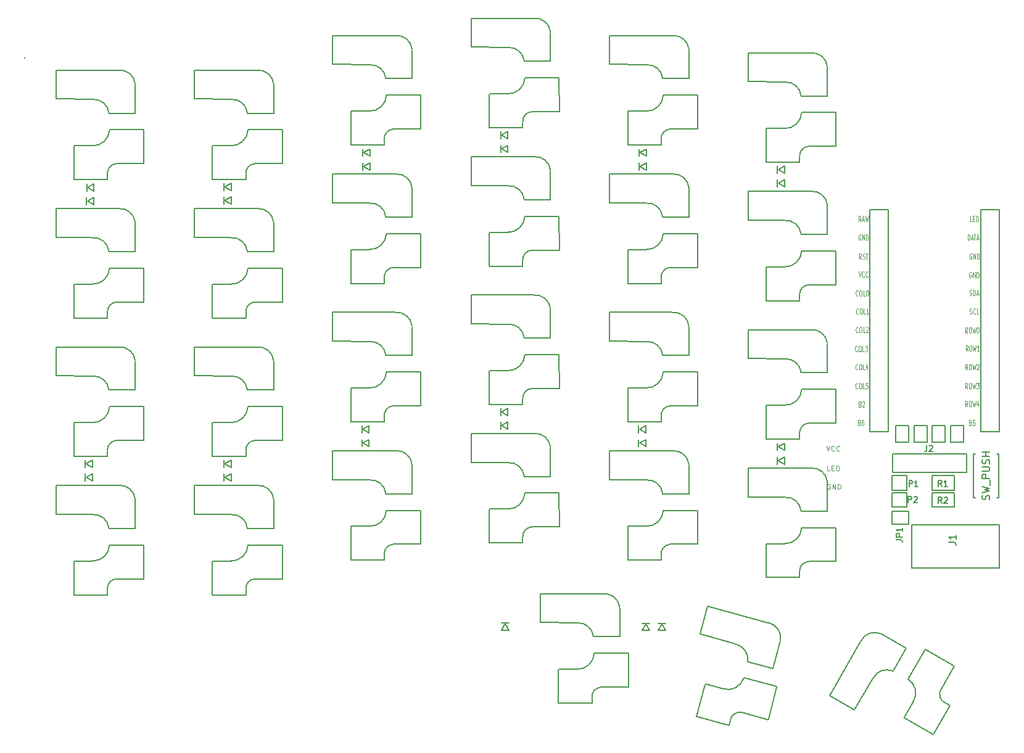
<source format=gto>
G04 #@! TF.GenerationSoftware,KiCad,Pcbnew,(5.1.0)-1*
G04 #@! TF.CreationDate,2019-05-05T14:00:57-05:00*
G04 #@! TF.ProjectId,corne-chocolate,636f726e-652d-4636-986f-636f6c617465,2.1*
G04 #@! TF.SameCoordinates,Original*
G04 #@! TF.FileFunction,Legend,Top*
G04 #@! TF.FilePolarity,Positive*
%FSLAX46Y46*%
G04 Gerber Fmt 4.6, Leading zero omitted, Abs format (unit mm)*
G04 Created by KiCad (PCBNEW (5.1.0)-1) date 2019-05-05 14:00:57*
%MOMM*%
%LPD*%
G04 APERTURE LIST*
%ADD10C,0.150000*%
%ADD11C,0.125000*%
%ADD12C,0.152400*%
G04 APERTURE END LIST*
D10*
X60960000Y-49530000D02*
X60960000Y-49657000D01*
D11*
X171450000Y-106316666D02*
X171116666Y-106316666D01*
X171116666Y-105616666D01*
X171683333Y-105950000D02*
X171916666Y-105950000D01*
X172016666Y-106316666D02*
X171683333Y-106316666D01*
X171683333Y-105616666D01*
X172016666Y-105616666D01*
X172316666Y-106316666D02*
X172316666Y-105616666D01*
X172483333Y-105616666D01*
X172583333Y-105650000D01*
X172650000Y-105716666D01*
X172683333Y-105783333D01*
X172716666Y-105916666D01*
X172716666Y-106016666D01*
X172683333Y-106150000D01*
X172650000Y-106216666D01*
X172583333Y-106283333D01*
X172483333Y-106316666D01*
X172316666Y-106316666D01*
X171466666Y-108150000D02*
X171400000Y-108116666D01*
X171300000Y-108116666D01*
X171200000Y-108150000D01*
X171133333Y-108216666D01*
X171100000Y-108283333D01*
X171066666Y-108416666D01*
X171066666Y-108516666D01*
X171100000Y-108650000D01*
X171133333Y-108716666D01*
X171200000Y-108783333D01*
X171300000Y-108816666D01*
X171366666Y-108816666D01*
X171466666Y-108783333D01*
X171500000Y-108750000D01*
X171500000Y-108516666D01*
X171366666Y-108516666D01*
X171800000Y-108816666D02*
X171800000Y-108116666D01*
X172200000Y-108816666D01*
X172200000Y-108116666D01*
X172533333Y-108816666D02*
X172533333Y-108116666D01*
X172700000Y-108116666D01*
X172800000Y-108150000D01*
X172866666Y-108216666D01*
X172900000Y-108283333D01*
X172933333Y-108416666D01*
X172933333Y-108516666D01*
X172900000Y-108650000D01*
X172866666Y-108716666D01*
X172800000Y-108783333D01*
X172700000Y-108816666D01*
X172533333Y-108816666D01*
X170966666Y-102916666D02*
X171200000Y-103616666D01*
X171433333Y-102916666D01*
X172066666Y-103550000D02*
X172033333Y-103583333D01*
X171933333Y-103616666D01*
X171866666Y-103616666D01*
X171766666Y-103583333D01*
X171700000Y-103516666D01*
X171666666Y-103450000D01*
X171633333Y-103316666D01*
X171633333Y-103216666D01*
X171666666Y-103083333D01*
X171700000Y-103016666D01*
X171766666Y-102950000D01*
X171866666Y-102916666D01*
X171933333Y-102916666D01*
X172033333Y-102950000D01*
X172066666Y-102983333D01*
X172766666Y-103550000D02*
X172733333Y-103583333D01*
X172633333Y-103616666D01*
X172566666Y-103616666D01*
X172466666Y-103583333D01*
X172400000Y-103516666D01*
X172366666Y-103450000D01*
X172333333Y-103316666D01*
X172333333Y-103216666D01*
X172366666Y-103083333D01*
X172400000Y-103016666D01*
X172466666Y-102950000D01*
X172566666Y-102916666D01*
X172633333Y-102916666D01*
X172733333Y-102950000D01*
X172766666Y-102983333D01*
D10*
X69538900Y-67411600D02*
X70438900Y-66911600D01*
X70438900Y-66911600D02*
X70438900Y-67911600D01*
X70438900Y-67911600D02*
X69538900Y-67411600D01*
X69438900Y-66911600D02*
X69438900Y-67911600D01*
X126346000Y-98247200D02*
X127246000Y-97747200D01*
X127246000Y-97747200D02*
X127246000Y-98747200D01*
X127246000Y-98747200D02*
X126346000Y-98247200D01*
X126246000Y-97747200D02*
X126246000Y-98747200D01*
X148363600Y-127350000D02*
X148863600Y-128250000D01*
X148863600Y-128250000D02*
X147863600Y-128250000D01*
X147863600Y-128250000D02*
X148363600Y-127350000D01*
X148863600Y-127250000D02*
X147863600Y-127250000D01*
X164344400Y-64973200D02*
X165244400Y-64473200D01*
X165244400Y-64473200D02*
X165244400Y-65473200D01*
X165244400Y-65473200D02*
X164344400Y-64973200D01*
X164244400Y-64473200D02*
X164244400Y-65473200D01*
X145345200Y-62636400D02*
X146245200Y-62136400D01*
X146245200Y-62136400D02*
X146245200Y-63136400D01*
X146245200Y-63136400D02*
X145345200Y-62636400D01*
X145245200Y-62136400D02*
X145245200Y-63136400D01*
X126346000Y-60248800D02*
X127246000Y-59748800D01*
X127246000Y-59748800D02*
X127246000Y-60748800D01*
X127246000Y-60748800D02*
X126346000Y-60248800D01*
X126246000Y-59748800D02*
X126246000Y-60748800D01*
X107397600Y-62636400D02*
X108297600Y-62136400D01*
X108297600Y-62136400D02*
X108297600Y-63136400D01*
X108297600Y-63136400D02*
X107397600Y-62636400D01*
X107297600Y-62136400D02*
X107297600Y-63136400D01*
X88373000Y-67360800D02*
X89273000Y-66860800D01*
X89273000Y-66860800D02*
X89273000Y-67860800D01*
X89273000Y-67860800D02*
X88373000Y-67360800D01*
X88273000Y-66860800D02*
X88273000Y-67860800D01*
X145345200Y-64516000D02*
X146245200Y-64016000D01*
X146245200Y-64016000D02*
X146245200Y-65016000D01*
X146245200Y-65016000D02*
X145345200Y-64516000D01*
X145245200Y-64016000D02*
X145245200Y-65016000D01*
X69526200Y-69265800D02*
X70426200Y-68765800D01*
X70426200Y-68765800D02*
X70426200Y-69765800D01*
X70426200Y-69765800D02*
X69526200Y-69265800D01*
X69426200Y-68765800D02*
X69426200Y-69765800D01*
X88373000Y-69227700D02*
X89273000Y-68727700D01*
X89273000Y-68727700D02*
X89273000Y-69727700D01*
X89273000Y-69727700D02*
X88373000Y-69227700D01*
X88273000Y-68727700D02*
X88273000Y-69727700D01*
X107400400Y-64516000D02*
X108300400Y-64016000D01*
X108300400Y-64016000D02*
X108300400Y-65016000D01*
X108300400Y-65016000D02*
X107400400Y-64516000D01*
X107300400Y-64016000D02*
X107300400Y-65016000D01*
X126346000Y-62128400D02*
X127246000Y-61628400D01*
X127246000Y-61628400D02*
X127246000Y-62628400D01*
X127246000Y-62628400D02*
X126346000Y-62128400D01*
X126246000Y-61628400D02*
X126246000Y-62628400D01*
X164344400Y-66852800D02*
X165244400Y-66352800D01*
X165244400Y-66352800D02*
X165244400Y-67352800D01*
X165244400Y-67352800D02*
X164344400Y-66852800D01*
X164244400Y-66352800D02*
X164244400Y-67352800D01*
X69345600Y-105359200D02*
X70245600Y-104859200D01*
X70245600Y-104859200D02*
X70245600Y-105859200D01*
X70245600Y-105859200D02*
X69345600Y-105359200D01*
X69245600Y-104859200D02*
X69245600Y-105859200D01*
X88347600Y-105359200D02*
X89247600Y-104859200D01*
X89247600Y-104859200D02*
X89247600Y-105859200D01*
X89247600Y-105859200D02*
X88347600Y-105359200D01*
X88247600Y-104859200D02*
X88247600Y-105859200D01*
X107296000Y-100634800D02*
X108196000Y-100134800D01*
X108196000Y-100134800D02*
X108196000Y-101134800D01*
X108196000Y-101134800D02*
X107296000Y-100634800D01*
X107196000Y-100134800D02*
X107196000Y-101134800D01*
X145294400Y-100634800D02*
X146194400Y-100134800D01*
X146194400Y-100134800D02*
X146194400Y-101134800D01*
X146194400Y-101134800D02*
X145294400Y-100634800D01*
X145194400Y-100134800D02*
X145194400Y-101134800D01*
X164293600Y-103022400D02*
X165193600Y-102522400D01*
X165193600Y-102522400D02*
X165193600Y-103522400D01*
X165193600Y-103522400D02*
X164293600Y-103022400D01*
X164193600Y-102522400D02*
X164193600Y-103522400D01*
X69348400Y-107238800D02*
X70248400Y-106738800D01*
X70248400Y-106738800D02*
X70248400Y-107738800D01*
X70248400Y-107738800D02*
X69348400Y-107238800D01*
X69248400Y-106738800D02*
X69248400Y-107738800D01*
X88347600Y-107238800D02*
X89247600Y-106738800D01*
X89247600Y-106738800D02*
X89247600Y-107738800D01*
X89247600Y-107738800D02*
X88347600Y-107238800D01*
X88247600Y-106738800D02*
X88247600Y-107738800D01*
X107296000Y-102514400D02*
X108196000Y-102014400D01*
X108196000Y-102014400D02*
X108196000Y-103014400D01*
X108196000Y-103014400D02*
X107296000Y-102514400D01*
X107196000Y-102014400D02*
X107196000Y-103014400D01*
X126346000Y-100126800D02*
X127246000Y-99626800D01*
X127246000Y-99626800D02*
X127246000Y-100626800D01*
X127246000Y-100626800D02*
X126346000Y-100126800D01*
X126246000Y-99626800D02*
X126246000Y-100626800D01*
X164293600Y-104902000D02*
X165193600Y-104402000D01*
X165193600Y-104402000D02*
X165193600Y-105402000D01*
X165193600Y-105402000D02*
X164293600Y-104902000D01*
X164193600Y-104402000D02*
X164193600Y-105402000D01*
X126898400Y-127308400D02*
X127398400Y-128208400D01*
X127398400Y-128208400D02*
X126398400Y-128208400D01*
X126398400Y-128208400D02*
X126898400Y-127308400D01*
X127398400Y-127208400D02*
X126398400Y-127208400D01*
X146151600Y-127350000D02*
X146651600Y-128250000D01*
X146651600Y-128250000D02*
X145651600Y-128250000D01*
X145651600Y-128250000D02*
X146151600Y-127350000D01*
X146651600Y-127250000D02*
X145651600Y-127250000D01*
X145294400Y-102514400D02*
X146194400Y-102014400D01*
X146194400Y-102014400D02*
X146194400Y-103014400D01*
X146194400Y-103014400D02*
X145294400Y-102514400D01*
X145194400Y-102014400D02*
X145194400Y-103014400D01*
X179957000Y-111911000D02*
X182243000Y-111911000D01*
X182243000Y-111911000D02*
X182243000Y-113689000D01*
X182243000Y-113689000D02*
X179957000Y-113689000D01*
X179957000Y-113689000D02*
X179957000Y-111911000D01*
X187302091Y-138211562D02*
X187908308Y-138561562D01*
X187258789Y-138186563D02*
G75*
G02X186639033Y-136420011I573398J1193154D01*
G01*
X182164336Y-134910414D02*
G75*
G02X182858611Y-138047895I-1221603J-1915878D01*
G01*
X184516836Y-130835765D02*
X188513052Y-133114115D01*
X181634591Y-140227958D02*
X185618308Y-142527958D01*
X186634703Y-136417511D02*
X188522203Y-133148265D01*
X182145185Y-134893585D02*
X184495185Y-130823265D01*
X181625441Y-140193808D02*
X182900441Y-137985443D01*
X185652459Y-142518808D02*
X187927459Y-138578392D01*
X180112656Y-133824027D02*
G75*
G03X177354529Y-134841244I-870455J-1887672D01*
G01*
X178450555Y-128702871D02*
G75*
G03X175686963Y-129721553I-872455J-1891137D01*
G01*
X174798728Y-139168022D02*
X177363565Y-134817594D01*
X174758890Y-139145022D02*
X171374463Y-137191022D01*
X171374463Y-137191022D02*
X175686963Y-129721553D01*
X178516677Y-128728345D02*
X181933147Y-130700845D01*
X181940941Y-130705345D02*
X180135941Y-133831697D01*
X148280000Y-79875000D02*
X148280000Y-80575000D01*
X148280000Y-79825000D02*
G75*
G02X149500000Y-78405000I1320000J100000D01*
G01*
X148570000Y-73775000D02*
G75*
G02X146200000Y-75945000I-2270000J100000D01*
G01*
X153275000Y-73775000D02*
X153300000Y-78375000D01*
X143700000Y-75975000D02*
X143700000Y-80575000D01*
X149500000Y-78400000D02*
X153275000Y-78400000D01*
X148575000Y-73750000D02*
X153275000Y-73750000D01*
X143725000Y-75950000D02*
X146275000Y-75950000D01*
X143725000Y-80600000D02*
X148275000Y-80600000D01*
X148485000Y-71455000D02*
G75*
G03X146225000Y-69575000I-2070000J-190000D01*
G01*
X152089000Y-67455000D02*
G75*
G03X149825000Y-65571000I-2074000J-190000D01*
G01*
X141200000Y-69525000D02*
X146250000Y-69571000D01*
X141200000Y-69479000D02*
X141200000Y-65571000D01*
X141200000Y-65571000D02*
X149825000Y-65571000D01*
X152100000Y-67525000D02*
X152100000Y-71470000D01*
X152100000Y-71479000D02*
X148490000Y-71479000D01*
X129280000Y-77500000D02*
X129280000Y-78200000D01*
X129280000Y-77450000D02*
G75*
G02X130500000Y-76030000I1320000J100000D01*
G01*
X129570000Y-71400000D02*
G75*
G02X127200000Y-73570000I-2270000J100000D01*
G01*
X134275000Y-71400000D02*
X134300000Y-76000000D01*
X124700000Y-73600000D02*
X124700000Y-78200000D01*
X130500000Y-76025000D02*
X134275000Y-76025000D01*
X129575000Y-71375000D02*
X134275000Y-71375000D01*
X124725000Y-73575000D02*
X127275000Y-73575000D01*
X124725000Y-78225000D02*
X129275000Y-78225000D01*
X129485000Y-69080000D02*
G75*
G03X127225000Y-67200000I-2070000J-190000D01*
G01*
X133089000Y-65080000D02*
G75*
G03X130825000Y-63196000I-2074000J-190000D01*
G01*
X122200000Y-67150000D02*
X127250000Y-67196000D01*
X122200000Y-67104000D02*
X122200000Y-63196000D01*
X122200000Y-63196000D02*
X130825000Y-63196000D01*
X133100000Y-65150000D02*
X133100000Y-69095000D01*
X133100000Y-69104000D02*
X129490000Y-69104000D01*
X167280000Y-63250000D02*
X167280000Y-63950000D01*
X167280000Y-63200000D02*
G75*
G02X168500000Y-61780000I1320000J100000D01*
G01*
X167570000Y-57150000D02*
G75*
G02X165200000Y-59320000I-2270000J100000D01*
G01*
X172275000Y-57150000D02*
X172300000Y-61750000D01*
X162700000Y-59350000D02*
X162700000Y-63950000D01*
X168500000Y-61775000D02*
X172275000Y-61775000D01*
X167575000Y-57125000D02*
X172275000Y-57125000D01*
X162725000Y-59325000D02*
X165275000Y-59325000D01*
X162725000Y-63975000D02*
X167275000Y-63975000D01*
X167485000Y-54830000D02*
G75*
G03X165225000Y-52950000I-2070000J-190000D01*
G01*
X171089000Y-50830000D02*
G75*
G03X168825000Y-48946000I-2074000J-190000D01*
G01*
X160200000Y-52900000D02*
X165250000Y-52946000D01*
X160200000Y-52854000D02*
X160200000Y-48946000D01*
X160200000Y-48946000D02*
X168825000Y-48946000D01*
X171100000Y-50900000D02*
X171100000Y-54845000D01*
X171100000Y-54854000D02*
X167490000Y-54854000D01*
X148280000Y-60875000D02*
X148280000Y-61575000D01*
X148280000Y-60825000D02*
G75*
G02X149500000Y-59405000I1320000J100000D01*
G01*
X148570000Y-54775000D02*
G75*
G02X146200000Y-56945000I-2270000J100000D01*
G01*
X153275000Y-54775000D02*
X153300000Y-59375000D01*
X143700000Y-56975000D02*
X143700000Y-61575000D01*
X149500000Y-59400000D02*
X153275000Y-59400000D01*
X148575000Y-54750000D02*
X153275000Y-54750000D01*
X143725000Y-56950000D02*
X146275000Y-56950000D01*
X143725000Y-61600000D02*
X148275000Y-61600000D01*
X148485000Y-52455000D02*
G75*
G03X146225000Y-50575000I-2070000J-190000D01*
G01*
X152089000Y-48455000D02*
G75*
G03X149825000Y-46571000I-2074000J-190000D01*
G01*
X141200000Y-50525000D02*
X146250000Y-50571000D01*
X141200000Y-50479000D02*
X141200000Y-46571000D01*
X141200000Y-46571000D02*
X149825000Y-46571000D01*
X152100000Y-48525000D02*
X152100000Y-52470000D01*
X152100000Y-52479000D02*
X148490000Y-52479000D01*
X129280000Y-58500000D02*
X129280000Y-59200000D01*
X129280000Y-58450000D02*
G75*
G02X130500000Y-57030000I1320000J100000D01*
G01*
X129570000Y-52400000D02*
G75*
G02X127200000Y-54570000I-2270000J100000D01*
G01*
X134275000Y-52400000D02*
X134300000Y-57000000D01*
X124700000Y-54600000D02*
X124700000Y-59200000D01*
X130500000Y-57025000D02*
X134275000Y-57025000D01*
X129575000Y-52375000D02*
X134275000Y-52375000D01*
X124725000Y-54575000D02*
X127275000Y-54575000D01*
X124725000Y-59225000D02*
X129275000Y-59225000D01*
X129485000Y-50080000D02*
G75*
G03X127225000Y-48200000I-2070000J-190000D01*
G01*
X133089000Y-46080000D02*
G75*
G03X130825000Y-44196000I-2074000J-190000D01*
G01*
X122200000Y-48150000D02*
X127250000Y-48196000D01*
X122200000Y-48104000D02*
X122200000Y-44196000D01*
X122200000Y-44196000D02*
X130825000Y-44196000D01*
X133100000Y-46150000D02*
X133100000Y-50095000D01*
X133100000Y-50104000D02*
X129490000Y-50104000D01*
X110280000Y-60875000D02*
X110280000Y-61575000D01*
X110280000Y-60825000D02*
G75*
G02X111500000Y-59405000I1320000J100000D01*
G01*
X110570000Y-54775000D02*
G75*
G02X108200000Y-56945000I-2270000J100000D01*
G01*
X115275000Y-54775000D02*
X115300000Y-59375000D01*
X105700000Y-56975000D02*
X105700000Y-61575000D01*
X111500000Y-59400000D02*
X115275000Y-59400000D01*
X110575000Y-54750000D02*
X115275000Y-54750000D01*
X105725000Y-56950000D02*
X108275000Y-56950000D01*
X105725000Y-61600000D02*
X110275000Y-61600000D01*
X110485000Y-52455000D02*
G75*
G03X108225000Y-50575000I-2070000J-190000D01*
G01*
X114089000Y-48455000D02*
G75*
G03X111825000Y-46571000I-2074000J-190000D01*
G01*
X103200000Y-50525000D02*
X108250000Y-50571000D01*
X103200000Y-50479000D02*
X103200000Y-46571000D01*
X103200000Y-46571000D02*
X111825000Y-46571000D01*
X114100000Y-48525000D02*
X114100000Y-52470000D01*
X114100000Y-52479000D02*
X110490000Y-52479000D01*
X91280000Y-65625000D02*
X91280000Y-66325000D01*
X91280000Y-65575000D02*
G75*
G02X92500000Y-64155000I1320000J100000D01*
G01*
X91570000Y-59525000D02*
G75*
G02X89200000Y-61695000I-2270000J100000D01*
G01*
X96275000Y-59525000D02*
X96300000Y-64125000D01*
X86700000Y-61725000D02*
X86700000Y-66325000D01*
X92500000Y-64150000D02*
X96275000Y-64150000D01*
X91575000Y-59500000D02*
X96275000Y-59500000D01*
X86725000Y-61700000D02*
X89275000Y-61700000D01*
X86725000Y-66350000D02*
X91275000Y-66350000D01*
X91485000Y-57205000D02*
G75*
G03X89225000Y-55325000I-2070000J-190000D01*
G01*
X95089000Y-53205000D02*
G75*
G03X92825000Y-51321000I-2074000J-190000D01*
G01*
X84200000Y-55275000D02*
X89250000Y-55321000D01*
X84200000Y-55229000D02*
X84200000Y-51321000D01*
X84200000Y-51321000D02*
X92825000Y-51321000D01*
X95100000Y-53275000D02*
X95100000Y-57220000D01*
X95100000Y-57229000D02*
X91490000Y-57229000D01*
X72280000Y-65625000D02*
X72280000Y-66325000D01*
X72280000Y-65575000D02*
G75*
G02X73500000Y-64155000I1320000J100000D01*
G01*
X72570000Y-59525000D02*
G75*
G02X70200000Y-61695000I-2270000J100000D01*
G01*
X77275000Y-59525000D02*
X77300000Y-64125000D01*
X67700000Y-61725000D02*
X67700000Y-66325000D01*
X73500000Y-64150000D02*
X77275000Y-64150000D01*
X72575000Y-59500000D02*
X77275000Y-59500000D01*
X67725000Y-61700000D02*
X70275000Y-61700000D01*
X67725000Y-66350000D02*
X72275000Y-66350000D01*
X72485000Y-57205000D02*
G75*
G03X70225000Y-55325000I-2070000J-190000D01*
G01*
X76089000Y-53205000D02*
G75*
G03X73825000Y-51321000I-2074000J-190000D01*
G01*
X65200000Y-55275000D02*
X70250000Y-55321000D01*
X65200000Y-55229000D02*
X65200000Y-51321000D01*
X65200000Y-51321000D02*
X73825000Y-51321000D01*
X76100000Y-53275000D02*
X76100000Y-57220000D01*
X76100000Y-57229000D02*
X72490000Y-57229000D01*
X72280000Y-84625000D02*
X72280000Y-85325000D01*
X72280000Y-84575000D02*
G75*
G02X73500000Y-83155000I1320000J100000D01*
G01*
X72570000Y-78525000D02*
G75*
G02X70200000Y-80695000I-2270000J100000D01*
G01*
X77275000Y-78525000D02*
X77300000Y-83125000D01*
X67700000Y-80725000D02*
X67700000Y-85325000D01*
X73500000Y-83150000D02*
X77275000Y-83150000D01*
X72575000Y-78500000D02*
X77275000Y-78500000D01*
X67725000Y-80700000D02*
X70275000Y-80700000D01*
X67725000Y-85350000D02*
X72275000Y-85350000D01*
X72485000Y-76205000D02*
G75*
G03X70225000Y-74325000I-2070000J-190000D01*
G01*
X76089000Y-72205000D02*
G75*
G03X73825000Y-70321000I-2074000J-190000D01*
G01*
X65200000Y-74275000D02*
X70250000Y-74321000D01*
X65200000Y-74229000D02*
X65200000Y-70321000D01*
X65200000Y-70321000D02*
X73825000Y-70321000D01*
X76100000Y-72275000D02*
X76100000Y-76220000D01*
X76100000Y-76229000D02*
X72490000Y-76229000D01*
X157761168Y-140584551D02*
X157579995Y-141260699D01*
X157774109Y-140536254D02*
G75*
G02X159320062Y-139480399I1300904J-245049D01*
G01*
X159620083Y-134767461D02*
G75*
G02X156769201Y-136250119I-2166770J684112D01*
G01*
X164164764Y-135985205D02*
X162998344Y-140434934D01*
X154346622Y-135632049D02*
X153156054Y-140075308D01*
X159321356Y-139475570D02*
X162967726Y-140452612D01*
X159631383Y-134744607D02*
X164171234Y-135961057D01*
X154377241Y-135614372D02*
X156840352Y-136274360D01*
X153173732Y-140105927D02*
X157568695Y-141283553D01*
X160138439Y-132504514D02*
G75*
G03X158442027Y-130103642I-2048642J352230D01*
G01*
X164654911Y-129573594D02*
G75*
G03X162955671Y-127167824I-2052505J353265D01*
G01*
X153601190Y-128754780D02*
X158467210Y-130106249D01*
X153613096Y-128710347D02*
X154624561Y-124935509D01*
X154624561Y-124935509D02*
X162955671Y-127167824D01*
X164647420Y-129644056D02*
X163626379Y-133454633D01*
X163624049Y-133463327D02*
X160137057Y-132528990D01*
X148280000Y-98875000D02*
X148280000Y-99575000D01*
X148280000Y-98825000D02*
G75*
G02X149500000Y-97405000I1320000J100000D01*
G01*
X148570000Y-92775000D02*
G75*
G02X146200000Y-94945000I-2270000J100000D01*
G01*
X153275000Y-92775000D02*
X153300000Y-97375000D01*
X143700000Y-94975000D02*
X143700000Y-99575000D01*
X149500000Y-97400000D02*
X153275000Y-97400000D01*
X148575000Y-92750000D02*
X153275000Y-92750000D01*
X143725000Y-94950000D02*
X146275000Y-94950000D01*
X143725000Y-99600000D02*
X148275000Y-99600000D01*
X148485000Y-90455000D02*
G75*
G03X146225000Y-88575000I-2070000J-190000D01*
G01*
X152089000Y-86455000D02*
G75*
G03X149825000Y-84571000I-2074000J-190000D01*
G01*
X141200000Y-88525000D02*
X146250000Y-88571000D01*
X141200000Y-88479000D02*
X141200000Y-84571000D01*
X141200000Y-84571000D02*
X149825000Y-84571000D01*
X152100000Y-86525000D02*
X152100000Y-90470000D01*
X152100000Y-90479000D02*
X148490000Y-90479000D01*
X167280000Y-120250000D02*
X167280000Y-120950000D01*
X167280000Y-120200000D02*
G75*
G02X168500000Y-118780000I1320000J100000D01*
G01*
X167570000Y-114150000D02*
G75*
G02X165200000Y-116320000I-2270000J100000D01*
G01*
X172275000Y-114150000D02*
X172300000Y-118750000D01*
X162700000Y-116350000D02*
X162700000Y-120950000D01*
X168500000Y-118775000D02*
X172275000Y-118775000D01*
X167575000Y-114125000D02*
X172275000Y-114125000D01*
X162725000Y-116325000D02*
X165275000Y-116325000D01*
X162725000Y-120975000D02*
X167275000Y-120975000D01*
X167485000Y-111830000D02*
G75*
G03X165225000Y-109950000I-2070000J-190000D01*
G01*
X171089000Y-107830000D02*
G75*
G03X168825000Y-105946000I-2074000J-190000D01*
G01*
X160200000Y-109900000D02*
X165250000Y-109946000D01*
X160200000Y-109854000D02*
X160200000Y-105946000D01*
X160200000Y-105946000D02*
X168825000Y-105946000D01*
X171100000Y-107900000D02*
X171100000Y-111845000D01*
X171100000Y-111854000D02*
X167490000Y-111854000D01*
X167280000Y-101250000D02*
X167280000Y-101950000D01*
X167280000Y-101200000D02*
G75*
G02X168500000Y-99780000I1320000J100000D01*
G01*
X167570000Y-95150000D02*
G75*
G02X165200000Y-97320000I-2270000J100000D01*
G01*
X172275000Y-95150000D02*
X172300000Y-99750000D01*
X162700000Y-97350000D02*
X162700000Y-101950000D01*
X168500000Y-99775000D02*
X172275000Y-99775000D01*
X167575000Y-95125000D02*
X172275000Y-95125000D01*
X162725000Y-97325000D02*
X165275000Y-97325000D01*
X162725000Y-101975000D02*
X167275000Y-101975000D01*
X167485000Y-92830000D02*
G75*
G03X165225000Y-90950000I-2070000J-190000D01*
G01*
X171089000Y-88830000D02*
G75*
G03X168825000Y-86946000I-2074000J-190000D01*
G01*
X160200000Y-90900000D02*
X165250000Y-90946000D01*
X160200000Y-90854000D02*
X160200000Y-86946000D01*
X160200000Y-86946000D02*
X168825000Y-86946000D01*
X171100000Y-88900000D02*
X171100000Y-92845000D01*
X171100000Y-92854000D02*
X167490000Y-92854000D01*
X167280000Y-82250000D02*
X167280000Y-82950000D01*
X167280000Y-82200000D02*
G75*
G02X168500000Y-80780000I1320000J100000D01*
G01*
X167570000Y-76150000D02*
G75*
G02X165200000Y-78320000I-2270000J100000D01*
G01*
X172275000Y-76150000D02*
X172300000Y-80750000D01*
X162700000Y-78350000D02*
X162700000Y-82950000D01*
X168500000Y-80775000D02*
X172275000Y-80775000D01*
X167575000Y-76125000D02*
X172275000Y-76125000D01*
X162725000Y-78325000D02*
X165275000Y-78325000D01*
X162725000Y-82975000D02*
X167275000Y-82975000D01*
X167485000Y-73830000D02*
G75*
G03X165225000Y-71950000I-2070000J-190000D01*
G01*
X171089000Y-69830000D02*
G75*
G03X168825000Y-67946000I-2074000J-190000D01*
G01*
X160200000Y-71900000D02*
X165250000Y-71946000D01*
X160200000Y-71854000D02*
X160200000Y-67946000D01*
X160200000Y-67946000D02*
X168825000Y-67946000D01*
X171100000Y-69900000D02*
X171100000Y-73845000D01*
X171100000Y-73854000D02*
X167490000Y-73854000D01*
X110280000Y-117875000D02*
X110280000Y-118575000D01*
X110280000Y-117825000D02*
G75*
G02X111500000Y-116405000I1320000J100000D01*
G01*
X110570000Y-111775000D02*
G75*
G02X108200000Y-113945000I-2270000J100000D01*
G01*
X115275000Y-111775000D02*
X115300000Y-116375000D01*
X105700000Y-113975000D02*
X105700000Y-118575000D01*
X111500000Y-116400000D02*
X115275000Y-116400000D01*
X110575000Y-111750000D02*
X115275000Y-111750000D01*
X105725000Y-113950000D02*
X108275000Y-113950000D01*
X105725000Y-118600000D02*
X110275000Y-118600000D01*
X110485000Y-109455000D02*
G75*
G03X108225000Y-107575000I-2070000J-190000D01*
G01*
X114089000Y-105455000D02*
G75*
G03X111825000Y-103571000I-2074000J-190000D01*
G01*
X103200000Y-107525000D02*
X108250000Y-107571000D01*
X103200000Y-107479000D02*
X103200000Y-103571000D01*
X103200000Y-103571000D02*
X111825000Y-103571000D01*
X114100000Y-105525000D02*
X114100000Y-109470000D01*
X114100000Y-109479000D02*
X110490000Y-109479000D01*
X129280000Y-96500000D02*
X129280000Y-97200000D01*
X129280000Y-96450000D02*
G75*
G02X130500000Y-95030000I1320000J100000D01*
G01*
X129570000Y-90400000D02*
G75*
G02X127200000Y-92570000I-2270000J100000D01*
G01*
X134275000Y-90400000D02*
X134300000Y-95000000D01*
X124700000Y-92600000D02*
X124700000Y-97200000D01*
X130500000Y-95025000D02*
X134275000Y-95025000D01*
X129575000Y-90375000D02*
X134275000Y-90375000D01*
X124725000Y-92575000D02*
X127275000Y-92575000D01*
X124725000Y-97225000D02*
X129275000Y-97225000D01*
X129485000Y-88080000D02*
G75*
G03X127225000Y-86200000I-2070000J-190000D01*
G01*
X133089000Y-84080000D02*
G75*
G03X130825000Y-82196000I-2074000J-190000D01*
G01*
X122200000Y-86150000D02*
X127250000Y-86196000D01*
X122200000Y-86104000D02*
X122200000Y-82196000D01*
X122200000Y-82196000D02*
X130825000Y-82196000D01*
X133100000Y-84150000D02*
X133100000Y-88095000D01*
X133100000Y-88104000D02*
X129490000Y-88104000D01*
X110280000Y-79875000D02*
X110280000Y-80575000D01*
X110280000Y-79825000D02*
G75*
G02X111500000Y-78405000I1320000J100000D01*
G01*
X110570000Y-73775000D02*
G75*
G02X108200000Y-75945000I-2270000J100000D01*
G01*
X115275000Y-73775000D02*
X115300000Y-78375000D01*
X105700000Y-75975000D02*
X105700000Y-80575000D01*
X111500000Y-78400000D02*
X115275000Y-78400000D01*
X110575000Y-73750000D02*
X115275000Y-73750000D01*
X105725000Y-75950000D02*
X108275000Y-75950000D01*
X105725000Y-80600000D02*
X110275000Y-80600000D01*
X110485000Y-71455000D02*
G75*
G03X108225000Y-69575000I-2070000J-190000D01*
G01*
X114089000Y-67455000D02*
G75*
G03X111825000Y-65571000I-2074000J-190000D01*
G01*
X103200000Y-69525000D02*
X108250000Y-69571000D01*
X103200000Y-69479000D02*
X103200000Y-65571000D01*
X103200000Y-65571000D02*
X111825000Y-65571000D01*
X114100000Y-67525000D02*
X114100000Y-71470000D01*
X114100000Y-71479000D02*
X110490000Y-71479000D01*
X91280000Y-122625000D02*
X91280000Y-123325000D01*
X91280000Y-122575000D02*
G75*
G02X92500000Y-121155000I1320000J100000D01*
G01*
X91570000Y-116525000D02*
G75*
G02X89200000Y-118695000I-2270000J100000D01*
G01*
X96275000Y-116525000D02*
X96300000Y-121125000D01*
X86700000Y-118725000D02*
X86700000Y-123325000D01*
X92500000Y-121150000D02*
X96275000Y-121150000D01*
X91575000Y-116500000D02*
X96275000Y-116500000D01*
X86725000Y-118700000D02*
X89275000Y-118700000D01*
X86725000Y-123350000D02*
X91275000Y-123350000D01*
X91485000Y-114205000D02*
G75*
G03X89225000Y-112325000I-2070000J-190000D01*
G01*
X95089000Y-110205000D02*
G75*
G03X92825000Y-108321000I-2074000J-190000D01*
G01*
X84200000Y-112275000D02*
X89250000Y-112321000D01*
X84200000Y-112229000D02*
X84200000Y-108321000D01*
X84200000Y-108321000D02*
X92825000Y-108321000D01*
X95100000Y-110275000D02*
X95100000Y-114220000D01*
X95100000Y-114229000D02*
X91490000Y-114229000D01*
X91280000Y-84625000D02*
X91280000Y-85325000D01*
X91280000Y-84575000D02*
G75*
G02X92500000Y-83155000I1320000J100000D01*
G01*
X91570000Y-78525000D02*
G75*
G02X89200000Y-80695000I-2270000J100000D01*
G01*
X96275000Y-78525000D02*
X96300000Y-83125000D01*
X86700000Y-80725000D02*
X86700000Y-85325000D01*
X92500000Y-83150000D02*
X96275000Y-83150000D01*
X91575000Y-78500000D02*
X96275000Y-78500000D01*
X86725000Y-80700000D02*
X89275000Y-80700000D01*
X86725000Y-85350000D02*
X91275000Y-85350000D01*
X91485000Y-76205000D02*
G75*
G03X89225000Y-74325000I-2070000J-190000D01*
G01*
X95089000Y-72205000D02*
G75*
G03X92825000Y-70321000I-2074000J-190000D01*
G01*
X84200000Y-74275000D02*
X89250000Y-74321000D01*
X84200000Y-74229000D02*
X84200000Y-70321000D01*
X84200000Y-70321000D02*
X92825000Y-70321000D01*
X95100000Y-72275000D02*
X95100000Y-76220000D01*
X95100000Y-76229000D02*
X91490000Y-76229000D01*
X148280000Y-117875000D02*
X148280000Y-118575000D01*
X148280000Y-117825000D02*
G75*
G02X149500000Y-116405000I1320000J100000D01*
G01*
X148570000Y-111775000D02*
G75*
G02X146200000Y-113945000I-2270000J100000D01*
G01*
X153275000Y-111775000D02*
X153300000Y-116375000D01*
X143700000Y-113975000D02*
X143700000Y-118575000D01*
X149500000Y-116400000D02*
X153275000Y-116400000D01*
X148575000Y-111750000D02*
X153275000Y-111750000D01*
X143725000Y-113950000D02*
X146275000Y-113950000D01*
X143725000Y-118600000D02*
X148275000Y-118600000D01*
X148485000Y-109455000D02*
G75*
G03X146225000Y-107575000I-2070000J-190000D01*
G01*
X152089000Y-105455000D02*
G75*
G03X149825000Y-103571000I-2074000J-190000D01*
G01*
X141200000Y-107525000D02*
X146250000Y-107571000D01*
X141200000Y-107479000D02*
X141200000Y-103571000D01*
X141200000Y-103571000D02*
X149825000Y-103571000D01*
X152100000Y-105525000D02*
X152100000Y-109470000D01*
X152100000Y-109479000D02*
X148490000Y-109479000D01*
X129280000Y-115500000D02*
X129280000Y-116200000D01*
X129280000Y-115450000D02*
G75*
G02X130500000Y-114030000I1320000J100000D01*
G01*
X129570000Y-109400000D02*
G75*
G02X127200000Y-111570000I-2270000J100000D01*
G01*
X134275000Y-109400000D02*
X134300000Y-114000000D01*
X124700000Y-111600000D02*
X124700000Y-116200000D01*
X130500000Y-114025000D02*
X134275000Y-114025000D01*
X129575000Y-109375000D02*
X134275000Y-109375000D01*
X124725000Y-111575000D02*
X127275000Y-111575000D01*
X124725000Y-116225000D02*
X129275000Y-116225000D01*
X129485000Y-107080000D02*
G75*
G03X127225000Y-105200000I-2070000J-190000D01*
G01*
X133089000Y-103080000D02*
G75*
G03X130825000Y-101196000I-2074000J-190000D01*
G01*
X122200000Y-105150000D02*
X127250000Y-105196000D01*
X122200000Y-105104000D02*
X122200000Y-101196000D01*
X122200000Y-101196000D02*
X130825000Y-101196000D01*
X133100000Y-103150000D02*
X133100000Y-107095000D01*
X133100000Y-107104000D02*
X129490000Y-107104000D01*
X138780000Y-137500000D02*
X138780000Y-138200000D01*
X138780000Y-137450000D02*
G75*
G02X140000000Y-136030000I1320000J100000D01*
G01*
X139070000Y-131400000D02*
G75*
G02X136700000Y-133570000I-2270000J100000D01*
G01*
X143775000Y-131400000D02*
X143800000Y-136000000D01*
X134200000Y-133600000D02*
X134200000Y-138200000D01*
X140000000Y-136025000D02*
X143775000Y-136025000D01*
X139075000Y-131375000D02*
X143775000Y-131375000D01*
X134225000Y-133575000D02*
X136775000Y-133575000D01*
X134225000Y-138225000D02*
X138775000Y-138225000D01*
X138985000Y-129080000D02*
G75*
G03X136725000Y-127200000I-2070000J-190000D01*
G01*
X142589000Y-125080000D02*
G75*
G03X140325000Y-123196000I-2074000J-190000D01*
G01*
X131700000Y-127150000D02*
X136750000Y-127196000D01*
X131700000Y-127104000D02*
X131700000Y-123196000D01*
X131700000Y-123196000D02*
X140325000Y-123196000D01*
X142600000Y-125150000D02*
X142600000Y-129095000D01*
X142600000Y-129104000D02*
X138990000Y-129104000D01*
X72280000Y-122625000D02*
X72280000Y-123325000D01*
X72280000Y-122575000D02*
G75*
G02X73500000Y-121155000I1320000J100000D01*
G01*
X72570000Y-116525000D02*
G75*
G02X70200000Y-118695000I-2270000J100000D01*
G01*
X77275000Y-116525000D02*
X77300000Y-121125000D01*
X67700000Y-118725000D02*
X67700000Y-123325000D01*
X73500000Y-121150000D02*
X77275000Y-121150000D01*
X72575000Y-116500000D02*
X77275000Y-116500000D01*
X67725000Y-118700000D02*
X70275000Y-118700000D01*
X67725000Y-123350000D02*
X72275000Y-123350000D01*
X72485000Y-114205000D02*
G75*
G03X70225000Y-112325000I-2070000J-190000D01*
G01*
X76089000Y-110205000D02*
G75*
G03X73825000Y-108321000I-2074000J-190000D01*
G01*
X65200000Y-112275000D02*
X70250000Y-112321000D01*
X65200000Y-112229000D02*
X65200000Y-108321000D01*
X65200000Y-108321000D02*
X73825000Y-108321000D01*
X76100000Y-110275000D02*
X76100000Y-114220000D01*
X76100000Y-114229000D02*
X72490000Y-114229000D01*
X110280000Y-98875000D02*
X110280000Y-99575000D01*
X110280000Y-98825000D02*
G75*
G02X111500000Y-97405000I1320000J100000D01*
G01*
X110570000Y-92775000D02*
G75*
G02X108200000Y-94945000I-2270000J100000D01*
G01*
X115275000Y-92775000D02*
X115300000Y-97375000D01*
X105700000Y-94975000D02*
X105700000Y-99575000D01*
X111500000Y-97400000D02*
X115275000Y-97400000D01*
X110575000Y-92750000D02*
X115275000Y-92750000D01*
X105725000Y-94950000D02*
X108275000Y-94950000D01*
X105725000Y-99600000D02*
X110275000Y-99600000D01*
X110485000Y-90455000D02*
G75*
G03X108225000Y-88575000I-2070000J-190000D01*
G01*
X114089000Y-86455000D02*
G75*
G03X111825000Y-84571000I-2074000J-190000D01*
G01*
X103200000Y-88525000D02*
X108250000Y-88571000D01*
X103200000Y-88479000D02*
X103200000Y-84571000D01*
X103200000Y-84571000D02*
X111825000Y-84571000D01*
X114100000Y-86525000D02*
X114100000Y-90470000D01*
X114100000Y-90479000D02*
X110490000Y-90479000D01*
X91280000Y-103625000D02*
X91280000Y-104325000D01*
X91280000Y-103575000D02*
G75*
G02X92500000Y-102155000I1320000J100000D01*
G01*
X91570000Y-97525000D02*
G75*
G02X89200000Y-99695000I-2270000J100000D01*
G01*
X96275000Y-97525000D02*
X96300000Y-102125000D01*
X86700000Y-99725000D02*
X86700000Y-104325000D01*
X92500000Y-102150000D02*
X96275000Y-102150000D01*
X91575000Y-97500000D02*
X96275000Y-97500000D01*
X86725000Y-99700000D02*
X89275000Y-99700000D01*
X86725000Y-104350000D02*
X91275000Y-104350000D01*
X91485000Y-95205000D02*
G75*
G03X89225000Y-93325000I-2070000J-190000D01*
G01*
X95089000Y-91205000D02*
G75*
G03X92825000Y-89321000I-2074000J-190000D01*
G01*
X84200000Y-93275000D02*
X89250000Y-93321000D01*
X84200000Y-93229000D02*
X84200000Y-89321000D01*
X84200000Y-89321000D02*
X92825000Y-89321000D01*
X95100000Y-91275000D02*
X95100000Y-95220000D01*
X95100000Y-95229000D02*
X91490000Y-95229000D01*
X72280000Y-103625000D02*
X72280000Y-104325000D01*
X72280000Y-103575000D02*
G75*
G02X73500000Y-102155000I1320000J100000D01*
G01*
X72570000Y-97525000D02*
G75*
G02X70200000Y-99695000I-2270000J100000D01*
G01*
X77275000Y-97525000D02*
X77300000Y-102125000D01*
X67700000Y-99725000D02*
X67700000Y-104325000D01*
X73500000Y-102150000D02*
X77275000Y-102150000D01*
X72575000Y-97500000D02*
X77275000Y-97500000D01*
X67725000Y-99700000D02*
X70275000Y-99700000D01*
X67725000Y-104350000D02*
X72275000Y-104350000D01*
X72485000Y-95205000D02*
G75*
G03X70225000Y-93325000I-2070000J-190000D01*
G01*
X76089000Y-91205000D02*
G75*
G03X73825000Y-89321000I-2074000J-190000D01*
G01*
X65200000Y-93275000D02*
X70250000Y-93321000D01*
X65200000Y-93229000D02*
X65200000Y-89321000D01*
X65200000Y-89321000D02*
X73825000Y-89321000D01*
X76100000Y-91275000D02*
X76100000Y-95220000D01*
X76100000Y-95229000D02*
X72490000Y-95229000D01*
X194700000Y-113700000D02*
X194700000Y-119700000D01*
X194700000Y-119700000D02*
X182700000Y-119700000D01*
X182700000Y-119700000D02*
X182700000Y-113700000D01*
X182700000Y-113700000D02*
X194700000Y-113700000D01*
X176916400Y-70502000D02*
X179456400Y-70502000D01*
X179456400Y-70502000D02*
X179456400Y-100982000D01*
X179456400Y-100982000D02*
X176916400Y-100982000D01*
X176916400Y-100982000D02*
X176916400Y-70502000D01*
X192136400Y-70502000D02*
X194676400Y-70502000D01*
X194676400Y-70502000D02*
X194676400Y-100982000D01*
X194676400Y-100982000D02*
X192136400Y-100982000D01*
X192136400Y-100982000D02*
X192136400Y-70502000D01*
X188501140Y-109000760D02*
X188501140Y-106999240D01*
X188501140Y-106999240D02*
X185498860Y-106999240D01*
X185498860Y-106999240D02*
X185498860Y-109000760D01*
X185498860Y-109000760D02*
X188501140Y-109000760D01*
X188501140Y-111300760D02*
X188501140Y-109299240D01*
X188501140Y-109299240D02*
X185498860Y-109299240D01*
X185498860Y-109299240D02*
X185498860Y-111300760D01*
X185498860Y-111300760D02*
X188501140Y-111300760D01*
X189764000Y-100107000D02*
X189764000Y-102393000D01*
X189764000Y-102393000D02*
X187986000Y-102393000D01*
X187986000Y-102393000D02*
X187986000Y-100107000D01*
X187986000Y-100107000D02*
X189764000Y-100107000D01*
X187264000Y-100107000D02*
X187264000Y-102393000D01*
X187264000Y-102393000D02*
X185486000Y-102393000D01*
X185486000Y-102393000D02*
X185486000Y-100107000D01*
X185486000Y-100107000D02*
X187264000Y-100107000D01*
X184764000Y-100107000D02*
X184764000Y-102393000D01*
X184764000Y-102393000D02*
X182986000Y-102393000D01*
X182986000Y-102393000D02*
X182986000Y-100107000D01*
X182986000Y-100107000D02*
X184764000Y-100107000D01*
X182264000Y-100107000D02*
X182264000Y-102393000D01*
X182264000Y-102393000D02*
X180486000Y-102393000D01*
X180486000Y-102393000D02*
X180486000Y-100107000D01*
X180486000Y-100107000D02*
X182264000Y-100107000D01*
X180030000Y-106570000D02*
X190190000Y-106570000D01*
X180030000Y-104030000D02*
X190190000Y-104030000D01*
X190190000Y-104030000D02*
X190190000Y-106570000D01*
X180030000Y-106570000D02*
X180030000Y-104030000D01*
X180000000Y-107000000D02*
X180000000Y-109000000D01*
X180000000Y-109000000D02*
X182000000Y-109000000D01*
X182000000Y-109000000D02*
X182000000Y-107000000D01*
X182000000Y-107000000D02*
X180000000Y-107000000D01*
X180000000Y-109300000D02*
X180000000Y-111300000D01*
X180000000Y-111300000D02*
X182000000Y-111300000D01*
X182000000Y-111300000D02*
X182000000Y-109300000D01*
X182000000Y-109300000D02*
X180000000Y-109300000D01*
X194650000Y-110000000D02*
X194650000Y-104000000D01*
X194650000Y-104000000D02*
X194400000Y-104000000D01*
X194650000Y-110000000D02*
X194400000Y-110000000D01*
X191150000Y-110000000D02*
X191400000Y-110000000D01*
X191150000Y-110000000D02*
X191150000Y-104000000D01*
X191150000Y-104000000D02*
X191400000Y-104000000D01*
D12*
X180554895Y-115777333D02*
X181135466Y-115777333D01*
X181251580Y-115816038D01*
X181328990Y-115893447D01*
X181367695Y-116009561D01*
X181367695Y-116086971D01*
X181367695Y-115390285D02*
X180554895Y-115390285D01*
X180554895Y-115080647D01*
X180593600Y-115003238D01*
X180632304Y-114964533D01*
X180709714Y-114925828D01*
X180825828Y-114925828D01*
X180903238Y-114964533D01*
X180941942Y-115003238D01*
X180980647Y-115080647D01*
X180980647Y-115390285D01*
X181367695Y-114151733D02*
X181367695Y-114616190D01*
X181367695Y-114383961D02*
X180554895Y-114383961D01*
X180671009Y-114461371D01*
X180748419Y-114538780D01*
X180787123Y-114616190D01*
D10*
X187738880Y-116144333D02*
X188453166Y-116144333D01*
X188596023Y-116191952D01*
X188691261Y-116287190D01*
X188738880Y-116430047D01*
X188738880Y-116525285D01*
X188738880Y-115144333D02*
X188738880Y-115715761D01*
X188738880Y-115430047D02*
X187738880Y-115430047D01*
X187881738Y-115525285D01*
X187976976Y-115620523D01*
X188024595Y-115715761D01*
D11*
X175689261Y-72111285D02*
X175522595Y-71754142D01*
X175403547Y-72111285D02*
X175403547Y-71361285D01*
X175594023Y-71361285D01*
X175641642Y-71397000D01*
X175665452Y-71432714D01*
X175689261Y-71504142D01*
X175689261Y-71611285D01*
X175665452Y-71682714D01*
X175641642Y-71718428D01*
X175594023Y-71754142D01*
X175403547Y-71754142D01*
X175879738Y-71897000D02*
X176117833Y-71897000D01*
X175832119Y-72111285D02*
X175998785Y-71361285D01*
X176165452Y-72111285D01*
X176284500Y-71361285D02*
X176403547Y-72111285D01*
X176498785Y-71575571D01*
X176594023Y-72111285D01*
X176713071Y-71361285D01*
X190928571Y-72111285D02*
X190690476Y-72111285D01*
X190690476Y-71361285D01*
X191095238Y-71718428D02*
X191261904Y-71718428D01*
X191333333Y-72111285D02*
X191095238Y-72111285D01*
X191095238Y-71361285D01*
X191333333Y-71361285D01*
X191547619Y-72111285D02*
X191547619Y-71361285D01*
X191666666Y-71361285D01*
X191738095Y-71397000D01*
X191785714Y-71468428D01*
X191809523Y-71539857D01*
X191833333Y-71682714D01*
X191833333Y-71789857D01*
X191809523Y-71932714D01*
X191785714Y-72004142D01*
X191738095Y-72075571D01*
X191666666Y-72111285D01*
X191547619Y-72111285D01*
X175653547Y-73937000D02*
X175605928Y-73901285D01*
X175534500Y-73901285D01*
X175463071Y-73937000D01*
X175415452Y-74008428D01*
X175391642Y-74079857D01*
X175367833Y-74222714D01*
X175367833Y-74329857D01*
X175391642Y-74472714D01*
X175415452Y-74544142D01*
X175463071Y-74615571D01*
X175534500Y-74651285D01*
X175582119Y-74651285D01*
X175653547Y-74615571D01*
X175677357Y-74579857D01*
X175677357Y-74329857D01*
X175582119Y-74329857D01*
X175891642Y-74651285D02*
X175891642Y-73901285D01*
X176177357Y-74651285D01*
X176177357Y-73901285D01*
X176415452Y-74651285D02*
X176415452Y-73901285D01*
X176534500Y-73901285D01*
X176605928Y-73937000D01*
X176653547Y-74008428D01*
X176677357Y-74079857D01*
X176701166Y-74222714D01*
X176701166Y-74329857D01*
X176677357Y-74472714D01*
X176653547Y-74544142D01*
X176605928Y-74615571D01*
X176534500Y-74651285D01*
X176415452Y-74651285D01*
X190350000Y-74639285D02*
X190350000Y-73889285D01*
X190469047Y-73889285D01*
X190540476Y-73925000D01*
X190588095Y-73996428D01*
X190611904Y-74067857D01*
X190635714Y-74210714D01*
X190635714Y-74317857D01*
X190611904Y-74460714D01*
X190588095Y-74532142D01*
X190540476Y-74603571D01*
X190469047Y-74639285D01*
X190350000Y-74639285D01*
X190826190Y-74425000D02*
X191064285Y-74425000D01*
X190778571Y-74639285D02*
X190945238Y-73889285D01*
X191111904Y-74639285D01*
X191207142Y-73889285D02*
X191492857Y-73889285D01*
X191350000Y-74639285D02*
X191350000Y-73889285D01*
X191635714Y-74425000D02*
X191873809Y-74425000D01*
X191588095Y-74639285D02*
X191754761Y-73889285D01*
X191921428Y-74639285D01*
X175760690Y-77254785D02*
X175594023Y-76897642D01*
X175474976Y-77254785D02*
X175474976Y-76504785D01*
X175665452Y-76504785D01*
X175713071Y-76540500D01*
X175736880Y-76576214D01*
X175760690Y-76647642D01*
X175760690Y-76754785D01*
X175736880Y-76826214D01*
X175713071Y-76861928D01*
X175665452Y-76897642D01*
X175474976Y-76897642D01*
X175951166Y-77219071D02*
X176022595Y-77254785D01*
X176141642Y-77254785D01*
X176189261Y-77219071D01*
X176213071Y-77183357D01*
X176236880Y-77111928D01*
X176236880Y-77040500D01*
X176213071Y-76969071D01*
X176189261Y-76933357D01*
X176141642Y-76897642D01*
X176046404Y-76861928D01*
X175998785Y-76826214D01*
X175974976Y-76790500D01*
X175951166Y-76719071D01*
X175951166Y-76647642D01*
X175974976Y-76576214D01*
X175998785Y-76540500D01*
X176046404Y-76504785D01*
X176165452Y-76504785D01*
X176236880Y-76540500D01*
X176379738Y-76504785D02*
X176665452Y-76504785D01*
X176522595Y-77254785D02*
X176522595Y-76504785D01*
X190893547Y-76540500D02*
X190845928Y-76504785D01*
X190774500Y-76504785D01*
X190703071Y-76540500D01*
X190655452Y-76611928D01*
X190631642Y-76683357D01*
X190607833Y-76826214D01*
X190607833Y-76933357D01*
X190631642Y-77076214D01*
X190655452Y-77147642D01*
X190703071Y-77219071D01*
X190774500Y-77254785D01*
X190822119Y-77254785D01*
X190893547Y-77219071D01*
X190917357Y-77183357D01*
X190917357Y-76933357D01*
X190822119Y-76933357D01*
X191131642Y-77254785D02*
X191131642Y-76504785D01*
X191417357Y-77254785D01*
X191417357Y-76504785D01*
X191655452Y-77254785D02*
X191655452Y-76504785D01*
X191774500Y-76504785D01*
X191845928Y-76540500D01*
X191893547Y-76611928D01*
X191917357Y-76683357D01*
X191941166Y-76826214D01*
X191941166Y-76933357D01*
X191917357Y-77076214D01*
X191893547Y-77147642D01*
X191845928Y-77219071D01*
X191774500Y-77254785D01*
X191655452Y-77254785D01*
X175367833Y-78981285D02*
X175534500Y-79731285D01*
X175701166Y-78981285D01*
X176153547Y-79659857D02*
X176129738Y-79695571D01*
X176058309Y-79731285D01*
X176010690Y-79731285D01*
X175939261Y-79695571D01*
X175891642Y-79624142D01*
X175867833Y-79552714D01*
X175844023Y-79409857D01*
X175844023Y-79302714D01*
X175867833Y-79159857D01*
X175891642Y-79088428D01*
X175939261Y-79017000D01*
X176010690Y-78981285D01*
X176058309Y-78981285D01*
X176129738Y-79017000D01*
X176153547Y-79052714D01*
X176653547Y-79659857D02*
X176629738Y-79695571D01*
X176558309Y-79731285D01*
X176510690Y-79731285D01*
X176439261Y-79695571D01*
X176391642Y-79624142D01*
X176367833Y-79552714D01*
X176344023Y-79409857D01*
X176344023Y-79302714D01*
X176367833Y-79159857D01*
X176391642Y-79088428D01*
X176439261Y-79017000D01*
X176510690Y-78981285D01*
X176558309Y-78981285D01*
X176629738Y-79017000D01*
X176653547Y-79052714D01*
X190830047Y-79080500D02*
X190782428Y-79044785D01*
X190711000Y-79044785D01*
X190639571Y-79080500D01*
X190591952Y-79151928D01*
X190568142Y-79223357D01*
X190544333Y-79366214D01*
X190544333Y-79473357D01*
X190568142Y-79616214D01*
X190591952Y-79687642D01*
X190639571Y-79759071D01*
X190711000Y-79794785D01*
X190758619Y-79794785D01*
X190830047Y-79759071D01*
X190853857Y-79723357D01*
X190853857Y-79473357D01*
X190758619Y-79473357D01*
X191068142Y-79794785D02*
X191068142Y-79044785D01*
X191353857Y-79794785D01*
X191353857Y-79044785D01*
X191591952Y-79794785D02*
X191591952Y-79044785D01*
X191711000Y-79044785D01*
X191782428Y-79080500D01*
X191830047Y-79151928D01*
X191853857Y-79223357D01*
X191877666Y-79366214D01*
X191877666Y-79473357D01*
X191853857Y-79616214D01*
X191830047Y-79687642D01*
X191782428Y-79759071D01*
X191711000Y-79794785D01*
X191591952Y-79794785D01*
X175202380Y-89867857D02*
X175178571Y-89903571D01*
X175107142Y-89939285D01*
X175059523Y-89939285D01*
X174988095Y-89903571D01*
X174940476Y-89832142D01*
X174916666Y-89760714D01*
X174892857Y-89617857D01*
X174892857Y-89510714D01*
X174916666Y-89367857D01*
X174940476Y-89296428D01*
X174988095Y-89225000D01*
X175059523Y-89189285D01*
X175107142Y-89189285D01*
X175178571Y-89225000D01*
X175202380Y-89260714D01*
X175511904Y-89189285D02*
X175607142Y-89189285D01*
X175654761Y-89225000D01*
X175702380Y-89296428D01*
X175726190Y-89439285D01*
X175726190Y-89689285D01*
X175702380Y-89832142D01*
X175654761Y-89903571D01*
X175607142Y-89939285D01*
X175511904Y-89939285D01*
X175464285Y-89903571D01*
X175416666Y-89832142D01*
X175392857Y-89689285D01*
X175392857Y-89439285D01*
X175416666Y-89296428D01*
X175464285Y-89225000D01*
X175511904Y-89189285D01*
X176178571Y-89939285D02*
X175940476Y-89939285D01*
X175940476Y-89189285D01*
X176297619Y-89189285D02*
X176607142Y-89189285D01*
X176440476Y-89475000D01*
X176511904Y-89475000D01*
X176559523Y-89510714D01*
X176583333Y-89546428D01*
X176607142Y-89617857D01*
X176607142Y-89796428D01*
X176583333Y-89867857D01*
X176559523Y-89903571D01*
X176511904Y-89939285D01*
X176369047Y-89939285D01*
X176321428Y-89903571D01*
X176297619Y-89867857D01*
X190319047Y-87389285D02*
X190152380Y-87032142D01*
X190033333Y-87389285D02*
X190033333Y-86639285D01*
X190223809Y-86639285D01*
X190271428Y-86675000D01*
X190295238Y-86710714D01*
X190319047Y-86782142D01*
X190319047Y-86889285D01*
X190295238Y-86960714D01*
X190271428Y-86996428D01*
X190223809Y-87032142D01*
X190033333Y-87032142D01*
X190628571Y-86639285D02*
X190723809Y-86639285D01*
X190771428Y-86675000D01*
X190819047Y-86746428D01*
X190842857Y-86889285D01*
X190842857Y-87139285D01*
X190819047Y-87282142D01*
X190771428Y-87353571D01*
X190723809Y-87389285D01*
X190628571Y-87389285D01*
X190580952Y-87353571D01*
X190533333Y-87282142D01*
X190509523Y-87139285D01*
X190509523Y-86889285D01*
X190533333Y-86746428D01*
X190580952Y-86675000D01*
X190628571Y-86639285D01*
X191009523Y-86639285D02*
X191128571Y-87389285D01*
X191223809Y-86853571D01*
X191319047Y-87389285D01*
X191438095Y-86639285D01*
X191723809Y-86639285D02*
X191771428Y-86639285D01*
X191819047Y-86675000D01*
X191842857Y-86710714D01*
X191866666Y-86782142D01*
X191890476Y-86925000D01*
X191890476Y-87103571D01*
X191866666Y-87246428D01*
X191842857Y-87317857D01*
X191819047Y-87353571D01*
X191771428Y-87389285D01*
X191723809Y-87389285D01*
X191676190Y-87353571D01*
X191652380Y-87317857D01*
X191628571Y-87246428D01*
X191604761Y-87103571D01*
X191604761Y-86925000D01*
X191628571Y-86782142D01*
X191652380Y-86710714D01*
X191676190Y-86675000D01*
X191723809Y-86639285D01*
X175302380Y-87279857D02*
X175278571Y-87315571D01*
X175207142Y-87351285D01*
X175159523Y-87351285D01*
X175088095Y-87315571D01*
X175040476Y-87244142D01*
X175016666Y-87172714D01*
X174992857Y-87029857D01*
X174992857Y-86922714D01*
X175016666Y-86779857D01*
X175040476Y-86708428D01*
X175088095Y-86637000D01*
X175159523Y-86601285D01*
X175207142Y-86601285D01*
X175278571Y-86637000D01*
X175302380Y-86672714D01*
X175611904Y-86601285D02*
X175707142Y-86601285D01*
X175754761Y-86637000D01*
X175802380Y-86708428D01*
X175826190Y-86851285D01*
X175826190Y-87101285D01*
X175802380Y-87244142D01*
X175754761Y-87315571D01*
X175707142Y-87351285D01*
X175611904Y-87351285D01*
X175564285Y-87315571D01*
X175516666Y-87244142D01*
X175492857Y-87101285D01*
X175492857Y-86851285D01*
X175516666Y-86708428D01*
X175564285Y-86637000D01*
X175611904Y-86601285D01*
X176278571Y-87351285D02*
X176040476Y-87351285D01*
X176040476Y-86601285D01*
X176421428Y-86672714D02*
X176445238Y-86637000D01*
X176492857Y-86601285D01*
X176611904Y-86601285D01*
X176659523Y-86637000D01*
X176683333Y-86672714D01*
X176707142Y-86744142D01*
X176707142Y-86815571D01*
X176683333Y-86922714D01*
X176397619Y-87351285D01*
X176707142Y-87351285D01*
X190615761Y-84775571D02*
X190687190Y-84811285D01*
X190806238Y-84811285D01*
X190853857Y-84775571D01*
X190877666Y-84739857D01*
X190901476Y-84668428D01*
X190901476Y-84597000D01*
X190877666Y-84525571D01*
X190853857Y-84489857D01*
X190806238Y-84454142D01*
X190711000Y-84418428D01*
X190663380Y-84382714D01*
X190639571Y-84347000D01*
X190615761Y-84275571D01*
X190615761Y-84204142D01*
X190639571Y-84132714D01*
X190663380Y-84097000D01*
X190711000Y-84061285D01*
X190830047Y-84061285D01*
X190901476Y-84097000D01*
X191401476Y-84739857D02*
X191377666Y-84775571D01*
X191306238Y-84811285D01*
X191258619Y-84811285D01*
X191187190Y-84775571D01*
X191139571Y-84704142D01*
X191115761Y-84632714D01*
X191091952Y-84489857D01*
X191091952Y-84382714D01*
X191115761Y-84239857D01*
X191139571Y-84168428D01*
X191187190Y-84097000D01*
X191258619Y-84061285D01*
X191306238Y-84061285D01*
X191377666Y-84097000D01*
X191401476Y-84132714D01*
X191853857Y-84811285D02*
X191615761Y-84811285D01*
X191615761Y-84061285D01*
X175352380Y-84739857D02*
X175328571Y-84775571D01*
X175257142Y-84811285D01*
X175209523Y-84811285D01*
X175138095Y-84775571D01*
X175090476Y-84704142D01*
X175066666Y-84632714D01*
X175042857Y-84489857D01*
X175042857Y-84382714D01*
X175066666Y-84239857D01*
X175090476Y-84168428D01*
X175138095Y-84097000D01*
X175209523Y-84061285D01*
X175257142Y-84061285D01*
X175328571Y-84097000D01*
X175352380Y-84132714D01*
X175661904Y-84061285D02*
X175757142Y-84061285D01*
X175804761Y-84097000D01*
X175852380Y-84168428D01*
X175876190Y-84311285D01*
X175876190Y-84561285D01*
X175852380Y-84704142D01*
X175804761Y-84775571D01*
X175757142Y-84811285D01*
X175661904Y-84811285D01*
X175614285Y-84775571D01*
X175566666Y-84704142D01*
X175542857Y-84561285D01*
X175542857Y-84311285D01*
X175566666Y-84168428D01*
X175614285Y-84097000D01*
X175661904Y-84061285D01*
X176328571Y-84811285D02*
X176090476Y-84811285D01*
X176090476Y-84061285D01*
X176757142Y-84811285D02*
X176471428Y-84811285D01*
X176614285Y-84811285D02*
X176614285Y-84061285D01*
X176566666Y-84168428D01*
X176519047Y-84239857D01*
X176471428Y-84275571D01*
X190603857Y-82235571D02*
X190675285Y-82271285D01*
X190794333Y-82271285D01*
X190841952Y-82235571D01*
X190865761Y-82199857D01*
X190889571Y-82128428D01*
X190889571Y-82057000D01*
X190865761Y-81985571D01*
X190841952Y-81949857D01*
X190794333Y-81914142D01*
X190699095Y-81878428D01*
X190651476Y-81842714D01*
X190627666Y-81807000D01*
X190603857Y-81735571D01*
X190603857Y-81664142D01*
X190627666Y-81592714D01*
X190651476Y-81557000D01*
X190699095Y-81521285D01*
X190818142Y-81521285D01*
X190889571Y-81557000D01*
X191103857Y-82271285D02*
X191103857Y-81521285D01*
X191222904Y-81521285D01*
X191294333Y-81557000D01*
X191341952Y-81628428D01*
X191365761Y-81699857D01*
X191389571Y-81842714D01*
X191389571Y-81949857D01*
X191365761Y-82092714D01*
X191341952Y-82164142D01*
X191294333Y-82235571D01*
X191222904Y-82271285D01*
X191103857Y-82271285D01*
X191580047Y-82057000D02*
X191818142Y-82057000D01*
X191532428Y-82271285D02*
X191699095Y-81521285D01*
X191865761Y-82271285D01*
X175302380Y-82217857D02*
X175278571Y-82253571D01*
X175207142Y-82289285D01*
X175159523Y-82289285D01*
X175088095Y-82253571D01*
X175040476Y-82182142D01*
X175016666Y-82110714D01*
X174992857Y-81967857D01*
X174992857Y-81860714D01*
X175016666Y-81717857D01*
X175040476Y-81646428D01*
X175088095Y-81575000D01*
X175159523Y-81539285D01*
X175207142Y-81539285D01*
X175278571Y-81575000D01*
X175302380Y-81610714D01*
X175611904Y-81539285D02*
X175707142Y-81539285D01*
X175754761Y-81575000D01*
X175802380Y-81646428D01*
X175826190Y-81789285D01*
X175826190Y-82039285D01*
X175802380Y-82182142D01*
X175754761Y-82253571D01*
X175707142Y-82289285D01*
X175611904Y-82289285D01*
X175564285Y-82253571D01*
X175516666Y-82182142D01*
X175492857Y-82039285D01*
X175492857Y-81789285D01*
X175516666Y-81646428D01*
X175564285Y-81575000D01*
X175611904Y-81539285D01*
X176278571Y-82289285D02*
X176040476Y-82289285D01*
X176040476Y-81539285D01*
X176540476Y-81539285D02*
X176588095Y-81539285D01*
X176635714Y-81575000D01*
X176659523Y-81610714D01*
X176683333Y-81682142D01*
X176707142Y-81825000D01*
X176707142Y-82003571D01*
X176683333Y-82146428D01*
X176659523Y-82217857D01*
X176635714Y-82253571D01*
X176588095Y-82289285D01*
X176540476Y-82289285D01*
X176492857Y-82253571D01*
X176469047Y-82217857D01*
X176445238Y-82146428D01*
X176421428Y-82003571D01*
X176421428Y-81825000D01*
X176445238Y-81682142D01*
X176469047Y-81610714D01*
X176492857Y-81575000D01*
X176540476Y-81539285D01*
X175497619Y-99696428D02*
X175569047Y-99732142D01*
X175592857Y-99767857D01*
X175616666Y-99839285D01*
X175616666Y-99946428D01*
X175592857Y-100017857D01*
X175569047Y-100053571D01*
X175521428Y-100089285D01*
X175330952Y-100089285D01*
X175330952Y-99339285D01*
X175497619Y-99339285D01*
X175545238Y-99375000D01*
X175569047Y-99410714D01*
X175592857Y-99482142D01*
X175592857Y-99553571D01*
X175569047Y-99625000D01*
X175545238Y-99660714D01*
X175497619Y-99696428D01*
X175330952Y-99696428D01*
X176045238Y-99339285D02*
X175950000Y-99339285D01*
X175902380Y-99375000D01*
X175878571Y-99410714D01*
X175830952Y-99517857D01*
X175807142Y-99660714D01*
X175807142Y-99946428D01*
X175830952Y-100017857D01*
X175854761Y-100053571D01*
X175902380Y-100089285D01*
X175997619Y-100089285D01*
X176045238Y-100053571D01*
X176069047Y-100017857D01*
X176092857Y-99946428D01*
X176092857Y-99767857D01*
X176069047Y-99696428D01*
X176045238Y-99660714D01*
X175997619Y-99625000D01*
X175902380Y-99625000D01*
X175854761Y-99660714D01*
X175830952Y-99696428D01*
X175807142Y-99767857D01*
X190747619Y-99721928D02*
X190819047Y-99757642D01*
X190842857Y-99793357D01*
X190866666Y-99864785D01*
X190866666Y-99971928D01*
X190842857Y-100043357D01*
X190819047Y-100079071D01*
X190771428Y-100114785D01*
X190580952Y-100114785D01*
X190580952Y-99364785D01*
X190747619Y-99364785D01*
X190795238Y-99400500D01*
X190819047Y-99436214D01*
X190842857Y-99507642D01*
X190842857Y-99579071D01*
X190819047Y-99650500D01*
X190795238Y-99686214D01*
X190747619Y-99721928D01*
X190580952Y-99721928D01*
X191319047Y-99364785D02*
X191080952Y-99364785D01*
X191057142Y-99721928D01*
X191080952Y-99686214D01*
X191128571Y-99650500D01*
X191247619Y-99650500D01*
X191295238Y-99686214D01*
X191319047Y-99721928D01*
X191342857Y-99793357D01*
X191342857Y-99971928D01*
X191319047Y-100043357D01*
X191295238Y-100079071D01*
X191247619Y-100114785D01*
X191128571Y-100114785D01*
X191080952Y-100079071D01*
X191057142Y-100043357D01*
X190319047Y-97511285D02*
X190152380Y-97154142D01*
X190033333Y-97511285D02*
X190033333Y-96761285D01*
X190223809Y-96761285D01*
X190271428Y-96797000D01*
X190295238Y-96832714D01*
X190319047Y-96904142D01*
X190319047Y-97011285D01*
X190295238Y-97082714D01*
X190271428Y-97118428D01*
X190223809Y-97154142D01*
X190033333Y-97154142D01*
X190628571Y-96761285D02*
X190723809Y-96761285D01*
X190771428Y-96797000D01*
X190819047Y-96868428D01*
X190842857Y-97011285D01*
X190842857Y-97261285D01*
X190819047Y-97404142D01*
X190771428Y-97475571D01*
X190723809Y-97511285D01*
X190628571Y-97511285D01*
X190580952Y-97475571D01*
X190533333Y-97404142D01*
X190509523Y-97261285D01*
X190509523Y-97011285D01*
X190533333Y-96868428D01*
X190580952Y-96797000D01*
X190628571Y-96761285D01*
X191009523Y-96761285D02*
X191128571Y-97511285D01*
X191223809Y-96975571D01*
X191319047Y-97511285D01*
X191438095Y-96761285D01*
X191842857Y-97011285D02*
X191842857Y-97511285D01*
X191723809Y-96725571D02*
X191604761Y-97261285D01*
X191914285Y-97261285D01*
X175597619Y-97146428D02*
X175669047Y-97182142D01*
X175692857Y-97217857D01*
X175716666Y-97289285D01*
X175716666Y-97396428D01*
X175692857Y-97467857D01*
X175669047Y-97503571D01*
X175621428Y-97539285D01*
X175430952Y-97539285D01*
X175430952Y-96789285D01*
X175597619Y-96789285D01*
X175645238Y-96825000D01*
X175669047Y-96860714D01*
X175692857Y-96932142D01*
X175692857Y-97003571D01*
X175669047Y-97075000D01*
X175645238Y-97110714D01*
X175597619Y-97146428D01*
X175430952Y-97146428D01*
X175907142Y-96860714D02*
X175930952Y-96825000D01*
X175978571Y-96789285D01*
X176097619Y-96789285D01*
X176145238Y-96825000D01*
X176169047Y-96860714D01*
X176192857Y-96932142D01*
X176192857Y-97003571D01*
X176169047Y-97110714D01*
X175883333Y-97539285D01*
X176192857Y-97539285D01*
X190319047Y-95034785D02*
X190152380Y-94677642D01*
X190033333Y-95034785D02*
X190033333Y-94284785D01*
X190223809Y-94284785D01*
X190271428Y-94320500D01*
X190295238Y-94356214D01*
X190319047Y-94427642D01*
X190319047Y-94534785D01*
X190295238Y-94606214D01*
X190271428Y-94641928D01*
X190223809Y-94677642D01*
X190033333Y-94677642D01*
X190628571Y-94284785D02*
X190723809Y-94284785D01*
X190771428Y-94320500D01*
X190819047Y-94391928D01*
X190842857Y-94534785D01*
X190842857Y-94784785D01*
X190819047Y-94927642D01*
X190771428Y-94999071D01*
X190723809Y-95034785D01*
X190628571Y-95034785D01*
X190580952Y-94999071D01*
X190533333Y-94927642D01*
X190509523Y-94784785D01*
X190509523Y-94534785D01*
X190533333Y-94391928D01*
X190580952Y-94320500D01*
X190628571Y-94284785D01*
X191009523Y-94284785D02*
X191128571Y-95034785D01*
X191223809Y-94499071D01*
X191319047Y-95034785D01*
X191438095Y-94284785D01*
X191580952Y-94284785D02*
X191890476Y-94284785D01*
X191723809Y-94570500D01*
X191795238Y-94570500D01*
X191842857Y-94606214D01*
X191866666Y-94641928D01*
X191890476Y-94713357D01*
X191890476Y-94891928D01*
X191866666Y-94963357D01*
X191842857Y-94999071D01*
X191795238Y-95034785D01*
X191652380Y-95034785D01*
X191604761Y-94999071D01*
X191580952Y-94963357D01*
X175252380Y-94963357D02*
X175228571Y-94999071D01*
X175157142Y-95034785D01*
X175109523Y-95034785D01*
X175038095Y-94999071D01*
X174990476Y-94927642D01*
X174966666Y-94856214D01*
X174942857Y-94713357D01*
X174942857Y-94606214D01*
X174966666Y-94463357D01*
X174990476Y-94391928D01*
X175038095Y-94320500D01*
X175109523Y-94284785D01*
X175157142Y-94284785D01*
X175228571Y-94320500D01*
X175252380Y-94356214D01*
X175561904Y-94284785D02*
X175657142Y-94284785D01*
X175704761Y-94320500D01*
X175752380Y-94391928D01*
X175776190Y-94534785D01*
X175776190Y-94784785D01*
X175752380Y-94927642D01*
X175704761Y-94999071D01*
X175657142Y-95034785D01*
X175561904Y-95034785D01*
X175514285Y-94999071D01*
X175466666Y-94927642D01*
X175442857Y-94784785D01*
X175442857Y-94534785D01*
X175466666Y-94391928D01*
X175514285Y-94320500D01*
X175561904Y-94284785D01*
X176228571Y-95034785D02*
X175990476Y-95034785D01*
X175990476Y-94284785D01*
X176633333Y-94284785D02*
X176395238Y-94284785D01*
X176371428Y-94641928D01*
X176395238Y-94606214D01*
X176442857Y-94570500D01*
X176561904Y-94570500D01*
X176609523Y-94606214D01*
X176633333Y-94641928D01*
X176657142Y-94713357D01*
X176657142Y-94891928D01*
X176633333Y-94963357D01*
X176609523Y-94999071D01*
X176561904Y-95034785D01*
X176442857Y-95034785D01*
X176395238Y-94999071D01*
X176371428Y-94963357D01*
X190319047Y-92439285D02*
X190152380Y-92082142D01*
X190033333Y-92439285D02*
X190033333Y-91689285D01*
X190223809Y-91689285D01*
X190271428Y-91725000D01*
X190295238Y-91760714D01*
X190319047Y-91832142D01*
X190319047Y-91939285D01*
X190295238Y-92010714D01*
X190271428Y-92046428D01*
X190223809Y-92082142D01*
X190033333Y-92082142D01*
X190628571Y-91689285D02*
X190723809Y-91689285D01*
X190771428Y-91725000D01*
X190819047Y-91796428D01*
X190842857Y-91939285D01*
X190842857Y-92189285D01*
X190819047Y-92332142D01*
X190771428Y-92403571D01*
X190723809Y-92439285D01*
X190628571Y-92439285D01*
X190580952Y-92403571D01*
X190533333Y-92332142D01*
X190509523Y-92189285D01*
X190509523Y-91939285D01*
X190533333Y-91796428D01*
X190580952Y-91725000D01*
X190628571Y-91689285D01*
X191009523Y-91689285D02*
X191128571Y-92439285D01*
X191223809Y-91903571D01*
X191319047Y-92439285D01*
X191438095Y-91689285D01*
X191604761Y-91760714D02*
X191628571Y-91725000D01*
X191676190Y-91689285D01*
X191795238Y-91689285D01*
X191842857Y-91725000D01*
X191866666Y-91760714D01*
X191890476Y-91832142D01*
X191890476Y-91903571D01*
X191866666Y-92010714D01*
X191580952Y-92439285D01*
X191890476Y-92439285D01*
X175252380Y-92367857D02*
X175228571Y-92403571D01*
X175157142Y-92439285D01*
X175109523Y-92439285D01*
X175038095Y-92403571D01*
X174990476Y-92332142D01*
X174966666Y-92260714D01*
X174942857Y-92117857D01*
X174942857Y-92010714D01*
X174966666Y-91867857D01*
X174990476Y-91796428D01*
X175038095Y-91725000D01*
X175109523Y-91689285D01*
X175157142Y-91689285D01*
X175228571Y-91725000D01*
X175252380Y-91760714D01*
X175561904Y-91689285D02*
X175657142Y-91689285D01*
X175704761Y-91725000D01*
X175752380Y-91796428D01*
X175776190Y-91939285D01*
X175776190Y-92189285D01*
X175752380Y-92332142D01*
X175704761Y-92403571D01*
X175657142Y-92439285D01*
X175561904Y-92439285D01*
X175514285Y-92403571D01*
X175466666Y-92332142D01*
X175442857Y-92189285D01*
X175442857Y-91939285D01*
X175466666Y-91796428D01*
X175514285Y-91725000D01*
X175561904Y-91689285D01*
X176228571Y-92439285D02*
X175990476Y-92439285D01*
X175990476Y-91689285D01*
X176609523Y-91939285D02*
X176609523Y-92439285D01*
X176490476Y-91653571D02*
X176371428Y-92189285D01*
X176680952Y-92189285D01*
X190369047Y-89891285D02*
X190202380Y-89534142D01*
X190083333Y-89891285D02*
X190083333Y-89141285D01*
X190273809Y-89141285D01*
X190321428Y-89177000D01*
X190345238Y-89212714D01*
X190369047Y-89284142D01*
X190369047Y-89391285D01*
X190345238Y-89462714D01*
X190321428Y-89498428D01*
X190273809Y-89534142D01*
X190083333Y-89534142D01*
X190678571Y-89141285D02*
X190773809Y-89141285D01*
X190821428Y-89177000D01*
X190869047Y-89248428D01*
X190892857Y-89391285D01*
X190892857Y-89641285D01*
X190869047Y-89784142D01*
X190821428Y-89855571D01*
X190773809Y-89891285D01*
X190678571Y-89891285D01*
X190630952Y-89855571D01*
X190583333Y-89784142D01*
X190559523Y-89641285D01*
X190559523Y-89391285D01*
X190583333Y-89248428D01*
X190630952Y-89177000D01*
X190678571Y-89141285D01*
X191059523Y-89141285D02*
X191178571Y-89891285D01*
X191273809Y-89355571D01*
X191369047Y-89891285D01*
X191488095Y-89141285D01*
X191940476Y-89891285D02*
X191654761Y-89891285D01*
X191797619Y-89891285D02*
X191797619Y-89141285D01*
X191750000Y-89248428D01*
X191702380Y-89319857D01*
X191654761Y-89355571D01*
D10*
X186814533Y-108447695D02*
X186543600Y-108060647D01*
X186350076Y-108447695D02*
X186350076Y-107634895D01*
X186659714Y-107634895D01*
X186737123Y-107673600D01*
X186775828Y-107712304D01*
X186814533Y-107789714D01*
X186814533Y-107905828D01*
X186775828Y-107983238D01*
X186737123Y-108021942D01*
X186659714Y-108060647D01*
X186350076Y-108060647D01*
X187588628Y-108447695D02*
X187124171Y-108447695D01*
X187356400Y-108447695D02*
X187356400Y-107634895D01*
X187278990Y-107751009D01*
X187201580Y-107828419D01*
X187124171Y-107867123D01*
X186814533Y-110747695D02*
X186543600Y-110360647D01*
X186350076Y-110747695D02*
X186350076Y-109934895D01*
X186659714Y-109934895D01*
X186737123Y-109973600D01*
X186775828Y-110012304D01*
X186814533Y-110089714D01*
X186814533Y-110205828D01*
X186775828Y-110283238D01*
X186737123Y-110321942D01*
X186659714Y-110360647D01*
X186350076Y-110360647D01*
X187124171Y-110012304D02*
X187162876Y-109973600D01*
X187240285Y-109934895D01*
X187433809Y-109934895D01*
X187511219Y-109973600D01*
X187549923Y-110012304D01*
X187588628Y-110089714D01*
X187588628Y-110167123D01*
X187549923Y-110283238D01*
X187085466Y-110747695D01*
X187588628Y-110747695D01*
X184729066Y-102854895D02*
X184729066Y-103435466D01*
X184690361Y-103551580D01*
X184612952Y-103628990D01*
X184496838Y-103667695D01*
X184419428Y-103667695D01*
X185077409Y-102932304D02*
X185116114Y-102893600D01*
X185193523Y-102854895D01*
X185387047Y-102854895D01*
X185464457Y-102893600D01*
X185503161Y-102932304D01*
X185541866Y-103009714D01*
X185541866Y-103087123D01*
X185503161Y-103203238D01*
X185038704Y-103667695D01*
X185541866Y-103667695D01*
X182300076Y-108467695D02*
X182300076Y-107654895D01*
X182609714Y-107654895D01*
X182687123Y-107693600D01*
X182725828Y-107732304D01*
X182764533Y-107809714D01*
X182764533Y-107925828D01*
X182725828Y-108003238D01*
X182687123Y-108041942D01*
X182609714Y-108080647D01*
X182300076Y-108080647D01*
X183538628Y-108467695D02*
X183074171Y-108467695D01*
X183306400Y-108467695D02*
X183306400Y-107654895D01*
X183228990Y-107771009D01*
X183151580Y-107848419D01*
X183074171Y-107887123D01*
X182200076Y-110667695D02*
X182200076Y-109854895D01*
X182509714Y-109854895D01*
X182587123Y-109893600D01*
X182625828Y-109932304D01*
X182664533Y-110009714D01*
X182664533Y-110125828D01*
X182625828Y-110203238D01*
X182587123Y-110241942D01*
X182509714Y-110280647D01*
X182200076Y-110280647D01*
X182974171Y-109932304D02*
X183012876Y-109893600D01*
X183090285Y-109854895D01*
X183283809Y-109854895D01*
X183361219Y-109893600D01*
X183399923Y-109932304D01*
X183438628Y-110009714D01*
X183438628Y-110087123D01*
X183399923Y-110203238D01*
X182935466Y-110667695D01*
X183438628Y-110667695D01*
X193304761Y-110261904D02*
X193352380Y-110119047D01*
X193352380Y-109880952D01*
X193304761Y-109785714D01*
X193257142Y-109738095D01*
X193161904Y-109690476D01*
X193066666Y-109690476D01*
X192971428Y-109738095D01*
X192923809Y-109785714D01*
X192876190Y-109880952D01*
X192828571Y-110071428D01*
X192780952Y-110166666D01*
X192733333Y-110214285D01*
X192638095Y-110261904D01*
X192542857Y-110261904D01*
X192447619Y-110214285D01*
X192400000Y-110166666D01*
X192352380Y-110071428D01*
X192352380Y-109833333D01*
X192400000Y-109690476D01*
X192352380Y-109357142D02*
X193352380Y-109119047D01*
X192638095Y-108928571D01*
X193352380Y-108738095D01*
X192352380Y-108500000D01*
X193447619Y-108357142D02*
X193447619Y-107595238D01*
X193352380Y-107357142D02*
X192352380Y-107357142D01*
X192352380Y-106976190D01*
X192400000Y-106880952D01*
X192447619Y-106833333D01*
X192542857Y-106785714D01*
X192685714Y-106785714D01*
X192780952Y-106833333D01*
X192828571Y-106880952D01*
X192876190Y-106976190D01*
X192876190Y-107357142D01*
X192352380Y-106357142D02*
X193161904Y-106357142D01*
X193257142Y-106309523D01*
X193304761Y-106261904D01*
X193352380Y-106166666D01*
X193352380Y-105976190D01*
X193304761Y-105880952D01*
X193257142Y-105833333D01*
X193161904Y-105785714D01*
X192352380Y-105785714D01*
X193304761Y-105357142D02*
X193352380Y-105214285D01*
X193352380Y-104976190D01*
X193304761Y-104880952D01*
X193257142Y-104833333D01*
X193161904Y-104785714D01*
X193066666Y-104785714D01*
X192971428Y-104833333D01*
X192923809Y-104880952D01*
X192876190Y-104976190D01*
X192828571Y-105166666D01*
X192780952Y-105261904D01*
X192733333Y-105309523D01*
X192638095Y-105357142D01*
X192542857Y-105357142D01*
X192447619Y-105309523D01*
X192400000Y-105261904D01*
X192352380Y-105166666D01*
X192352380Y-104928571D01*
X192400000Y-104785714D01*
X193352380Y-104357142D02*
X192352380Y-104357142D01*
X192828571Y-104357142D02*
X192828571Y-103785714D01*
X193352380Y-103785714D02*
X192352380Y-103785714D01*
M02*

</source>
